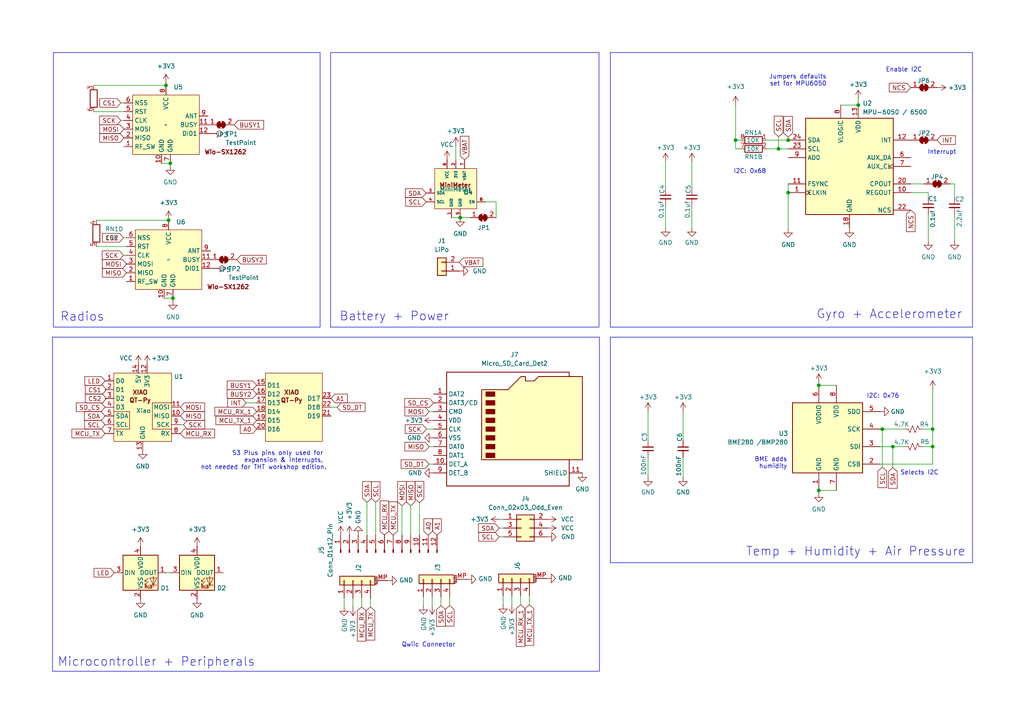
<source format=kicad_sch>
(kicad_sch (version 20250114) (generator "eeschema") (generator_version "9.0")
  (paper "A4")
  (lib_symbols
    (symbol "Connector:Conn_01x12_Pin" (pin_names (offset 1.016) (hide yes))
      (property "Reference" "J" (at 0 15.24 0))
      (property "Value" "Conn_01x12_Pin" (at 0 -17.78 0))
      (symbol "Conn_01x12_Pin_1_1"
        (pin passive line (at 5.08 12.7 180) (length 3.81) (name "Pin_1") (number "1"))
        (pin passive line (at 5.08 10.16 180) (length 3.81) (name "Pin_2") (number "2"))
        (pin passive line (at 5.08 7.62 180) (length 3.81) (name "Pin_3") (number "3"))
        (pin passive line (at 5.08 5.08 180) (length 3.81) (name "Pin_4") (number "4"))
        (pin passive line (at 5.08 2.54 180) (length 3.81) (name "Pin_5") (number "5"))
        (pin passive line (at 5.08 0 180) (length 3.81) (name "Pin_6") (number "6"))
        (pin passive line (at 5.08 -2.54 180) (length 3.81) (name "Pin_7") (number "7"))
        (pin passive line (at 5.08 -5.08 180) (length 3.81) (name "Pin_8") (number "8"))
        (pin passive line (at 5.08 -7.62 180) (length 3.81) (name "Pin_9") (number "9"))
        (pin passive line (at 5.08 -10.16 180) (length 3.81) (name "Pin_10") (number "10"))
        (pin passive line (at 5.08 -12.7 180) (length 3.81) (name "Pin_11") (number "11"))
        (pin passive line (at 5.08 -15.24 180) (length 3.81) (name "Pin_12") (number "12"))
      )
    )
    (symbol "Connector:Micro_SD_Card_Det2"
      (property "Reference" "J" (at -16.51 17.78 0))
      (property "Value" "Micro_SD_Card_Det2" (at 16.51 17.78 0))
      (symbol "Micro_SD_Card_Det2_1_1"
        (pin bidirectional line (at -22.86 10.16 0) (length 3.81) (name "DAT2") (number "1"))
        (pin bidirectional line (at -22.86 7.62 0) (length 3.81) (name "DAT3/CD") (number "2"))
        (pin input line (at -22.86 5.08 0) (length 3.81) (name "CMD") (number "3"))
        (pin power_in line (at -22.86 2.54 0) (length 3.81) (name "VDD") (number "4"))
        (pin input line (at -22.86 0 0) (length 3.81) (name "CLK") (number "5"))
        (pin power_in line (at -22.86 -2.54 0) (length 3.81) (name "VSS") (number "6"))
        (pin bidirectional line (at -22.86 -5.08 0) (length 3.81) (name "DAT0") (number "7"))
        (pin bidirectional line (at -22.86 -7.62 0) (length 3.81) (name "DAT1") (number "8"))
        (pin passive line (at -22.86 -10.16 0) (length 3.81) (name "DET_A") (number "10"))
        (pin passive line (at -22.86 -12.7 0) (length 3.81) (name "DET_B") (number "9"))
        (pin passive line (at 20.32 -12.7 180) (length 3.81) (name "SHIELD") (number "11"))
      )
    )
    (symbol "Connector:TestPoint" (pin_numbers (hide yes)) (pin_names (offset 0.762) (hide yes))
      (property "Reference" "TP" (at 0 6.858 0))
      (property "Value" "TestPoint" (at 0 5.08 0))
      (symbol "TestPoint_1_1"
        (pin passive line (at 0 0 90) (length 2.54) (name "1") (number "1"))
      )
    )
    (symbol "Connector_Generic:Conn_01x02" (pin_names (offset 1.016) (hide yes))
      (property "Reference" "J" (at 0 2.54 0))
      (property "Value" "Conn_01x02" (at 0 -5.08 0))
      (symbol "Conn_01x02_1_1"
        (pin passive line (at -5.08 0 0) (length 3.81) (name "Pin_1") (number "1"))
        (pin passive line (at -5.08 -2.54 0) (length 3.81) (name "Pin_2") (number "2"))
      )
    )
    (symbol "Connector_Generic:Conn_02x03_Odd_Even" (pin_names (offset 1.016) (hide yes))
      (property "Reference" "J" (at 1.27 5.08 0))
      (property "Value" "Conn_02x03_Odd_Even" (at 1.27 -5.08 0))
      (symbol "Conn_02x03_Odd_Even_1_1"
        (pin passive line (at -5.08 2.54 0) (length 3.81) (name "Pin_1") (number "1"))
        (pin passive line (at -5.08 0 0) (length 3.81) (name "Pin_3") (number "3"))
        (pin passive line (at -5.08 -2.54 0) (length 3.81) (name "Pin_5") (number "5"))
        (pin passive line (at 7.62 2.54 180) (length 3.81) (name "Pin_2") (number "2"))
        (pin passive line (at 7.62 0 180) (length 3.81) (name "Pin_4") (number "4"))
        (pin passive line (at 7.62 -2.54 180) (length 3.81) (name "Pin_6") (number "6"))
      )
    )
    (symbol "Connector_Generic_MountingPin:Conn_01x04_MountingPin" (pin_names (offset 1.016) (hide yes))
      (property "Reference" "J" (at 0 5.08 0))
      (property "Value" "Conn_01x04_MountingPin" (at 1.27 -7.62 0))
      (symbol "Conn_01x04_MountingPin_1_1"
        (text "Mounting" (at 0 -6.731 0) (effects (font (size 0.381 0.381))))
        (pin passive line (at -5.08 2.54 0) (length 3.81) (name "Pin_1") (number "1"))
        (pin passive line (at -5.08 0 0) (length 3.81) (name "Pin_2") (number "2"))
        (pin passive line (at -5.08 -2.54 0) (length 3.81) (name "Pin_3") (number "3"))
        (pin passive line (at -5.08 -5.08 0) (length 3.81) (name "Pin_4") (number "4"))
        (pin passive line (at 0 -10.16 90) (length 3.048) (name "MountPin") (number "MP"))
      )
    )
    (symbol "Device:C_Small" (pin_numbers (hide yes)) (pin_names (offset 0.254) (hide yes))
      (property "Reference" "C" (at 0.254 1.778 0))
      (property "Value" "C_Small" (at 0.254 -2.032 0))
      (symbol "C_Small_1_1"
        (pin passive line (at 0 2.54 270) (length 2.032) (name "~") (number "1"))
        (pin passive line (at 0 -2.54 90) (length 2.032) (name "~") (number "2"))
      )
    )
    (symbol "Device:R_Pack04_Split" (pin_names (offset 0) (hide yes))
      (property "Reference" "RN" (at 2.032 0 90))
      (property "Value" "R_Pack04_Split" (at 0 0 90))
      (symbol "R_Pack04_Split_1_1"
        (pin passive line (at 0 3.81 270) (length 1.27) (name "R1.2") (number "8"))
        (pin passive line (at 0 -3.81 90) (length 1.27) (name "R1.1") (number "1"))
      )
      (symbol "R_Pack04_Split_2_1"
        (pin passive line (at 0 3.81 270) (length 1.27) (name "R2.2") (number "7"))
        (pin passive line (at 0 -3.81 90) (length 1.27) (name "R2.1") (number "2"))
      )
      (symbol "R_Pack04_Split_3_1"
        (pin passive line (at 0 3.81 270) (length 1.27) (name "R3.2") (number "6"))
        (pin passive line (at 0 -3.81 90) (length 1.27) (name "R3.1") (number "3"))
      )
      (symbol "R_Pack04_Split_4_1"
        (pin passive line (at 0 3.81 270) (length 1.27) (name "R4.2") (number "5"))
        (pin passive line (at 0 -3.81 90) (length 1.27) (name "R4.1") (number "4"))
      )
    )
    (symbol "Device:R_Small_US" (pin_numbers (hide yes)) (pin_names (offset 0.254) (hide yes))
      (property "Reference" "R" (at 0.762 0.508 0))
      (property "Value" "R_Small_US" (at 0.762 -1.016 0))
      (symbol "R_Small_US_1_1"
        (pin passive line (at 0 2.54 270) (length 1.016) (name "~") (number "1"))
        (pin passive line (at 0 -2.54 90) (length 1.016) (name "~") (number "2"))
      )
    )
    (symbol "Jumper:SolderJumper_2_Bridged" (pin_names (offset 0) (hide yes))
      (property "Reference" "JP" (at 0 2.032 0))
      (property "Value" "SolderJumper_2_Bridged" (at 0 -2.54 0))
      (symbol "SolderJumper_2_Bridged_1_1"
        (pin passive line (at -3.81 0 0) (length 2.54) (name "A") (number "1"))
        (pin passive line (at 3.81 0 180) (length 2.54) (name "B") (number "2"))
      )
    )
    (symbol "LED:SK6812MINI" (pin_names (offset 0.254))
      (property "Reference" "D" (at 5.08 5.715 0))
      (property "Value" "SK6812MINI" (at 1.27 -5.715 0))
      (symbol "SK6812MINI_0_0"
        (text "RGB" (at 2.286 -4.191 0) (effects (font (size 0.762 0.762))))
      )
      (symbol "SK6812MINI_1_1"
        (pin input line (at -7.62 0 0) (length 2.54) (name "DIN") (number "3"))
        (pin power_in line (at 0 7.62 270) (length 2.54) (name "VDD") (number "4"))
        (pin power_in line (at 0 -7.62 90) (length 2.54) (name "VSS") (number "2"))
        (pin output line (at 7.62 0 180) (length 2.54) (name "DOUT") (number "1"))
      )
    )
    (symbol "MicroControllers:XIAO / QT-Py ESP32"
      (property "Reference" "U1" (at 10.414 8.89 0))
      (property "Value" "Xiao" (at 0.254 -1.016 0))
      (symbol "XIAO / QT-Py ESP32_1_1"
        (text "XIAO" (at -0.762 4.318 0) (effects (font (size 1.27 1.27) (bold yes))))
        (text "QT-Py" (at -0.762 2.032 0) (effects (font (size 1.27 1.27) (bold yes))))
        (text "XIAO" (at 43.18 4.318 0) (effects (font (size 1.27 1.27) (bold yes))))
        (text "QT-Py" (at 43.18 2.032 0) (effects (font (size 1.27 1.27) (bold yes))))
        (pin bidirectional line (at -10.922 7.62 0) (length 2.54) (name "D0") (number "1"))
        (pin bidirectional line (at -10.922 5.08 0) (length 2.54) (name "D1") (number "2"))
        (pin bidirectional line (at -10.922 2.54 0) (length 2.54) (name "D2") (number "3"))
        (pin bidirectional line (at -10.922 0 0) (length 2.54) (name "D3") (number "4"))
        (pin bidirectional line (at -10.922 -2.54 0) (length 2.54) (name "SDA") (number "5"))
        (pin bidirectional line (at -10.922 -5.08 0) (length 2.54) (name "SCL") (number "6"))
        (pin bidirectional line (at -10.922 -7.62 0) (length 2.54) (name "TX") (number "7"))
        (pin power_in line (at -1.27 12.446 270) (length 2.54) (name "5V") (number "14"))
        (pin bidirectional line (at 0 -12.446 90) (length 2.54) (name "GND") (number "13"))
        (pin power_out line (at 1.27 12.446 270) (length 2.54) (name "3V3") (number "12"))
        (pin bidirectional line (at 10.922 0 180) (length 2.54) (name "MOSI") (number "11"))
        (pin bidirectional line (at 10.922 -2.54 180) (length 2.54) (name "MISO") (number "10"))
        (pin bidirectional line (at 10.922 -5.08 180) (length 2.54) (name "SCK") (number "9"))
        (pin bidirectional line (at 10.922 -7.62 180) (length 2.54) (name "RX") (number "8"))
        (pin bidirectional line (at 33.02 6.35 0) (length 2.54) (name "D11") (number "15"))
        (pin bidirectional line (at 33.02 3.81 0) (length 2.54) (name "D12") (number "16"))
        (pin bidirectional line (at 33.02 1.27 0) (length 2.54) (name "D13") (number "17"))
        (pin bidirectional line (at 33.02 -1.27 0) (length 2.54) (name "D14") (number "18"))
        (pin bidirectional line (at 33.02 -3.81 0) (length 2.54) (name "D15") (number "19"))
        (pin bidirectional line (at 33.02 -6.35 0) (length 2.54) (name "D16") (number "20"))
        (pin bidirectional line (at 54.61 2.54 180) (length 2.54) (name "D17") (number "23"))
        (pin bidirectional line (at 54.61 0 180) (length 2.54) (name "D18") (number "22"))
        (pin bidirectional line (at 54.61 -2.54 180) (length 2.54) (name "D19") (number "21"))
      )
    )
    (symbol "PicoCharge:MiniMeter"
      (property "Reference" "U" (at 3.556 -1.016 0))
      (symbol "MiniMeter_1_1"
        (text "MiniMeter" (at -4.826 1.016 0) (effects (font (size 1.27 1.27) (bold yes)) (justify left)))
        (pin input line (at -8.636 -1.27 0) (length 2.54) (name "SDA") (number "3"))
        (pin output line (at -8.636 -3.81 0) (length 2.54) (name "SCL") (number "4"))
        (pin power_in line (at -2.54 8.382 270) (length 2.54) (name "VCC") (number "6"))
        (pin passive line (at -1.27 -8.382 90) (length 2.54) (name "GND") (number "1"))
        (pin power_out line (at 0 8.382 270) (length 2.54) (name "3V3") (number "2"))
        (pin passive line (at 1.27 -8.382 90) (length 2.54) (name "GND") (number "5"))
        (pin power_in line (at 2.54 8.382 270) (length 2.54) (name "VBAT") (number "7"))
        (pin passive line (at 8.636 -3.81 180) (length 2.54) (name "EN") (number "8"))
      )
    )
    (symbol "Seeed:Wio-SX1262"
      (property "Reference" "U" (at 0 0 0))
      (symbol "Wio-SX1262_0_0"
        (pin unspecified line (at -12.192 6.35 0) (length 2.54) (name "NSS") (number "6"))
        (pin unspecified line (at -12.192 3.81 0) (length 2.54) (name "RST") (number "5"))
        (pin unspecified line (at -12.192 1.27 0) (length 2.54) (name "CLK") (number "4"))
        (pin unspecified line (at -12.192 -1.27 0) (length 2.54) (name "MOSI") (number "3"))
        (pin unspecified line (at -12.192 -3.81 0) (length 2.54) (name "MISO") (number "2"))
        (pin unspecified line (at -12.192 -6.35 0) (length 2.54) (name "RF_SW") (number "1"))
        (pin unspecified line (at -1.27 -11.176 90) (length 2.54) (name "GND") (number "10"))
        (pin power_in line (at 0 11.176 270) (length 2.54) (name "VCC") (number "8"))
        (pin power_in line (at 1.27 -11.176 90) (length 2.54) (name "GND") (number "7"))
        (pin unspecified line (at 12.192 2.54 180) (length 2.54) (name "ANT") (number "9"))
        (pin unspecified line (at 12.192 0 180) (length 2.54) (name "BUSY") (number "11"))
        (pin unspecified line (at 12.192 -2.54 180) (length 2.54) (name "DI01") (number "12"))
      )
      (symbol "Wio-SX1262_1_1"
        (text "Wio-SX1262" (at 17.272 -7.874 0) (effects (font (size 1.27 1.27) (bold yes))))
      )
    )
    (symbol "Sensor:BME280"
      (property "Reference" "U" (at -8.89 11.43 0))
      (property "Value" "BME280" (at 7.62 11.43 0))
      (symbol "BME280_1_1"
        (pin power_in line (at -2.54 15.24 270) (length 5.08) (name "VDDIO") (number "6"))
        (pin power_in line (at -2.54 -15.24 90) (length 5.08) (name "GND") (number "1"))
        (pin power_in line (at 2.54 15.24 270) (length 5.08) (name "VDD") (number "8"))
        (pin power_in line (at 2.54 -15.24 90) (length 5.08) (name "GND") (number "7"))
        (pin bidirectional line (at 15.24 7.62 180) (length 5.08) (name "SDO") (number "5"))
        (pin input line (at 15.24 2.54 180) (length 5.08) (name "SCK") (number "4"))
        (pin bidirectional line (at 15.24 -2.54 180) (length 5.08) (name "SDI") (number "3"))
        (pin input line (at 15.24 -7.62 180) (length 5.08) (name "CSB") (number "2"))
      )
    )
    (symbol "Sensor_Motion:MPU-6050"
      (property "Reference" "U2" (at 2.1941 -16.129 0))
      (property "Value" "MPU-6050" (at 2.1941 -18.669 0))
      (symbol "MPU-6050_0_0"
        (text "" (at 12.7 -2.54 0) (effects (font (size 1.27 1.27))))
      )
      (symbol "MPU-6050_1_1"
        (pin bidirectional line (at -17.78 7.62 0) (length 5.08) (name "SDA") (number "24"))
        (pin input line (at -17.78 5.08 0) (length 5.08) (name "SCL") (number "23"))
        (pin input line (at -17.78 2.54 0) (length 5.08) (name "AD0") (number "9"))
        (pin input line (at -17.78 -5.08 0) (length 5.08) (name "FSYNC") (number "11"))
        (pin input clock (at -17.78 -7.62 0) (length 5.08) (name "CLKIN") (number "1"))
        (pin no_connect line (at -12.7 12.7 0) (length 2.54) (hide yes) (name "NC") (number "2"))
        (pin no_connect line (at -12.7 10.16 0) (length 2.54) (hide yes) (name "NC") (number "3"))
        (pin no_connect line (at -12.7 0 0) (length 2.54) (hide yes) (name "NC") (number "4"))
        (pin no_connect line (at -12.7 -2.54 0) (length 2.54) (hide yes) (name "NC") (number "5"))
        (pin no_connect line (at -12.7 -10.16 0) (length 2.54) (hide yes) (name "NC") (number "14"))
        (pin power_in line (at -2.54 17.78 270) (length 3.81) (name "VLOGIC") (number "8"))
        (pin power_in line (at 0 -17.78 90) (length 3.81) (name "GND") (number "18"))
        (pin power_in line (at 2.54 17.78 270) (length 3.81) (name "VDD") (number "13"))
        (pin no_connect line (at 12.7 12.7 180) (length 2.54) (hide yes) (name "NC") (number "15"))
        (pin no_connect line (at 12.7 10.16 180) (length 2.54) (hide yes) (name "NC") (number "16"))
        (pin no_connect line (at 12.7 5.08 180) (length 2.54) (hide yes) (name "NC") (number "17"))
        (pin no_connect line (at 12.7 -2.54 180) (length 2.54) (hide yes) (name "RESV") (number "21"))
        (pin no_connect line (at 12.7 -10.16 180) (length 2.54) (hide yes) (name "RESV") (number "19"))
        (pin output line (at 17.78 7.62 180) (length 5.08) (name "INT") (number "12"))
        (pin bidirectional line (at 17.78 2.54 180) (length 5.08) (name "AUX_DA") (number "6"))
        (pin output clock (at 17.78 0 180) (length 5.08) (name "AUX_CL") (number "7"))
        (pin passive line (at 17.78 -5.08 180) (length 5.08) (name "CPOUT") (number "20"))
        (pin passive line (at 17.78 -7.62 180) (length 5.08) (name "REGOUT") (number "10"))
        (pin input line (at 17.78 -12.7 180) (length 5.08) (name "NCS") (number "22"))
      )
    )
    (symbol "Wio-SX1262_1"
      (property "Reference" "U" (at 0 0 0))
      (symbol "Wio-SX1262_1_0_0"
        (pin unspecified line (at -12.192 6.35 0) (length 2.54) (name "NSS") (number "6"))
        (pin unspecified line (at -12.192 3.81 0) (length 2.54) (name "RST") (number "5"))
        (pin unspecified line (at -12.192 1.27 0) (length 2.54) (name "CLK") (number "4"))
        (pin unspecified line (at -12.192 -1.27 0) (length 2.54) (name "MOSI") (number "3"))
        (pin unspecified line (at -12.192 -3.81 0) (length 2.54) (name "MISO") (number "2"))
        (pin unspecified line (at -12.192 -6.35 0) (length 2.54) (name "RF_SW") (number "1"))
        (pin unspecified line (at -1.27 -11.176 90) (length 2.54) (name "GND") (number "10"))
        (pin power_in line (at 0 11.176 270) (length 2.54) (name "VCC") (number "8"))
        (pin power_in line (at 1.27 -11.176 90) (length 2.54) (name "GND") (number "7"))
        (pin unspecified line (at 12.192 2.54 180) (length 2.54) (name "ANT") (number "9"))
        (pin unspecified line (at 12.192 0 180) (length 2.54) (name "BUSY") (number "11"))
        (pin unspecified line (at 12.192 -2.54 180) (length 2.54) (name "DI01") (number "12"))
      )
      (symbol "Wio-SX1262_1_1_1"
        (text "Wio-SX1262" (at 17.272 -7.874 0) (effects (font (size 1.27 1.27) (bold yes))))
      )
    )
    (symbol "power:+3V3" (power) (pin_names (offset 0))
      (property "Value" "+3V3" (at 0 3.556 0))
      (symbol "+3V3_1_1"
        (pin power_in line (at 0 0 90) (length 0) (hide yes) (name "+3V3") (number "1"))
      )
    )
    (symbol "power:GND" (power) (pin_names (offset 0))
      (property "Value" "GND" (at 0 -3.81 0))
      (symbol "GND_1_1"
        (pin power_in line (at 0 0 270) (length 0) (hide yes) (name "GND") (number "1"))
      )
    )
    (symbol "power:VCC" (power) (pin_names (offset 0))
      (property "Value" "VCC" (at 0 3.81 0))
      (symbol "VCC_1_1"
        (pin power_in line (at 0 0 90) (length 0) (hide yes) (name "VCC") (number "1"))
      )
    )
  )
  (rectangle (start 15.494 15.24) (end 92.837 94.869))
  (rectangle (start 95.885 15.24) (end 173.736 94.869))
  (text "Radios" (at 17.399 93.472 0) (effects (font (size 2.54 2.54)) (justify left bottom)))
  (text "Jumpers defaults\nset for MPU6050" (at 239.776 23.368 0) (effects (font (size 1.27 1.27)) (justify right)))
  (text "Microcontroller + Peripherals" (at 16.637 193.548 0) (effects (font (size 2.54 2.54)) (justify left bottom)))
  (text "BME adds\nhumidity" (at 228.346 134.366 0) (effects (font (size 1.27 1.27)) (justify right)))
  (text "I2C: 0x76" (at 251.333 115.697 0) (effects (font (size 1.27 1.27)) (justify left bottom)))
  (text "Gyro + Accelerometer" (at 236.728 92.71 0) (effects (font (size 2.54 2.54)) (justify left bottom)))
  (text "I2C: 0x68" (at 222.25 49.784 0) (effects (font (size 1.27 1.27)) (justify right)))
  (text "Temp + Humidity + Air Pressure" (at 216.281 161.544 0) (effects (font (size 2.54 2.54)) (justify left bottom)))
  (text "Selects I2C" (at 261.112 137.922 0) (effects (font (size 1.27 1.27)) (justify left bottom)))
  (text "Interrupt" (at 277.368 44.196 0) (effects (font (size 1.27 1.27)) (justify right)))
  (text "Battery + Power" (at 98.425 93.345 0) (effects (font (size 2.54 2.54)) (justify left bottom)))
  (text "Enable I2C" (at 267.462 20.32 0) (effects (font (size 1.27 1.27)) (justify right)))
  (text "Qwiic Connector" (at 116.459 187.833 0) (effects (font (size 1.27 1.27)) (justify left bottom)))
  (text "S3 Plus pins only used for \nexpansion & interrupts, \nnot needed for THT workshop edition." (at 94.742 133.604 0) (effects (font (size 1.27 1.27)) (justify right)))
  (junction (at 213.36 40.64))
  (junction (at 225.806 43.18))
  (junction (at 48.133 24.765))
  (junction (at 255.905 124.46))
  (junction (at 237.49 142.24))
  (junction (at 133.477 63.119))
  (junction (at 50.165 86.487))
  (junction (at 228.6 55.88))
  (junction (at 258.953 129.54))
  (junction (at 237.49 111.76))
  (junction (at 49.403 47.371))
  (junction (at 228.6 40.64))
  (junction (at 270.51 129.54))
  (junction (at 48.895 63.881))
  (junction (at 248.92 30.48))
  (junction (at 270.51 124.46))
  (wire (pts (xy 243.84 30.48) (xy 248.92 30.48)))
  (wire (pts (xy 213.36 40.64) (xy 214.757 40.64)))
  (wire (pts (xy 213.36 30.48) (xy 213.36 40.64)))
  (wire (pts (xy 148.463 175.387) (xy 148.463 172.847)))
  (wire (pts (xy 248.92 28.702) (xy 248.92 30.48)))
  (polyline (pts (xy 15.24 194.691) (xy 173.863 194.691)))
  (wire (pts (xy 49.403 48.133) (xy 49.403 47.371)))
  (wire (pts (xy 187.96 119.38) (xy 187.96 127.635)))
  (polyline (pts (xy 15.24 97.79) (xy 15.24 194.691)))
  (wire (pts (xy 106.426 145.669) (xy 106.426 155.194)))
  (wire (pts (xy 269.24 62.23) (xy 269.24 69.85)))
  (wire (pts (xy 198.12 132.715) (xy 198.12 138.43)))
  (wire (pts (xy 48.895 63.881) (xy 48.895 64.135)))
  (wire (pts (xy 145.034 150.622) (xy 146.05 150.622)))
  (wire (pts (xy 237.49 110.998) (xy 237.49 111.76)))
  (wire (pts (xy 269.24 55.88) (xy 264.16 55.88)))
  (wire (pts (xy 269.24 57.15) (xy 269.24 55.88)))
  (polyline (pts (xy 173.863 97.79) (xy 173.863 194.691)))
  (wire (pts (xy 222.377 43.18) (xy 225.806 43.18)))
  (wire (pts (xy 71.374 116.84) (xy 74.422 116.84)))
  (wire (pts (xy 27.178 32.385) (xy 35.941 32.385)))
  (wire (pts (xy 107.442 176.022) (xy 107.442 173.482)))
  (wire (pts (xy 48.133 24.13) (xy 48.133 24.765)))
  (wire (pts (xy 35.052 34.925) (xy 35.941 34.925)))
  (wire (pts (xy 124.46 129.54) (xy 125.73 129.54)))
  (wire (pts (xy 213.36 40.64) (xy 213.36 43.18)))
  (wire (pts (xy 237.49 143.002) (xy 237.49 142.24)))
  (wire (pts (xy 102.362 176.022) (xy 102.362 173.482)))
  (wire (pts (xy 27.94 63.881) (xy 48.895 63.881)))
  (wire (pts (xy 228.6 39.751) (xy 228.6 40.64)))
  (wire (pts (xy 200.66 46.99) (xy 200.66 54.61)))
  (wire (pts (xy 276.86 53.34) (xy 275.59 53.34)))
  (polyline (pts (xy 173.863 97.79) (xy 15.24 97.79)))
  (wire (pts (xy 96.012 118.11) (xy 97.79 118.11)))
  (polyline (pts (xy 177.038 15.24) (xy 177.038 94.869)))
  (wire (pts (xy 48.133 24.765) (xy 48.133 25.019)))
  (wire (pts (xy 108.966 145.669) (xy 108.966 155.194)))
  (wire (pts (xy 130.429 175.641) (xy 130.429 173.101)))
  (wire (pts (xy 267.589 129.54) (xy 270.51 129.54)))
  (wire (pts (xy 127.889 173.101) (xy 127.889 175.641)))
  (wire (pts (xy 222.377 40.64) (xy 228.6 40.64)))
  (wire (pts (xy 237.49 142.24) (xy 242.57 142.24)))
  (wire (pts (xy 122.809 175.641) (xy 122.809 173.101)))
  (wire (pts (xy 255.27 124.46) (xy 255.905 124.46)))
  (wire (pts (xy 35.814 74.041) (xy 36.703 74.041)))
  (wire (pts (xy 246.38 66.04) (xy 246.38 66.294)))
  (wire (pts (xy 200.66 59.69) (xy 200.66 66.04)))
  (wire (pts (xy 187.96 132.715) (xy 187.96 138.43)))
  (wire (pts (xy 123.698 124.46) (xy 125.73 124.46)))
  (wire (pts (xy 255.27 134.62) (xy 270.51 134.62)))
  (wire (pts (xy 104.902 173.482) (xy 104.902 176.022)))
  (wire (pts (xy 53.213 123.19) (xy 52.324 123.19)))
  (wire (pts (xy 193.04 46.99) (xy 193.04 54.61)))
  (wire (pts (xy 237.49 111.76) (xy 242.57 111.76)))
  (wire (pts (xy 151.003 172.847) (xy 151.003 175.387)))
  (wire (pts (xy 255.905 124.46) (xy 262.509 124.46)))
  (wire (pts (xy 50.165 86.487) (xy 47.625 86.487)))
  (wire (pts (xy 125.349 175.641) (xy 125.349 173.101)))
  (wire (pts (xy 143.891 58.547) (xy 140.843 58.547)))
  (wire (pts (xy 49.403 47.371) (xy 46.863 47.371)))
  (wire (pts (xy 213.36 43.18) (xy 214.757 43.18)))
  (wire (pts (xy 255.27 129.54) (xy 258.953 129.54)))
  (wire (pts (xy 144.78 153.162) (xy 146.05 153.162)))
  (wire (pts (xy 136.271 63.119) (xy 133.477 63.119)))
  (wire (pts (xy 258.953 135.636) (xy 258.953 129.54)))
  (polyline (pts (xy 177.038 97.79) (xy 282.067 97.79)))
  (wire (pts (xy 228.6 53.34) (xy 228.6 55.88)))
  (wire (pts (xy 258.953 129.54) (xy 262.509 129.54)))
  (wire (pts (xy 228.6 66.294) (xy 228.6 55.88)))
  (wire (pts (xy 198.12 119.38) (xy 198.12 127.635)))
  (wire (pts (xy 132.207 42.418) (xy 132.207 46.355)))
  (wire (pts (xy 50.165 87.249) (xy 50.165 86.487)))
  (polyline (pts (xy 282.067 163.195) (xy 177.038 163.195)))
  (wire (pts (xy 121.666 145.796) (xy 121.666 155.194)))
  (wire (pts (xy 116.586 146.685) (xy 116.586 155.194)))
  (wire (pts (xy 255.905 135.509) (xy 255.905 124.46)))
  (wire (pts (xy 267.589 124.46) (xy 270.51 124.46)))
  (wire (pts (xy 30.861 115.57) (xy 30.48 115.57)))
  (wire (pts (xy 276.86 62.23) (xy 276.86 69.85)))
  (wire (pts (xy 193.04 59.69) (xy 193.04 66.04)))
  (wire (pts (xy 153.543 175.387) (xy 153.543 172.847)))
  (wire (pts (xy 27.94 71.501) (xy 36.703 71.501)))
  (wire (pts (xy 124.46 119.38) (xy 125.73 119.38)))
  (wire (pts (xy 225.806 43.18) (xy 228.6 43.18)))
  (wire (pts (xy 144.78 155.702) (xy 146.05 155.702)))
  (wire (pts (xy 35.052 29.845) (xy 35.941 29.845)))
  (polyline (pts (xy 177.038 94.869) (xy 282.067 94.869)))
  (wire (pts (xy 35.814 68.961) (xy 36.703 68.961)))
  (wire (pts (xy 27.178 24.765) (xy 48.133 24.765)))
  (wire (pts (xy 124.46 134.62) (xy 125.73 134.62)))
  (polyline (pts (xy 282.067 97.79) (xy 282.067 163.195)))
  (wire (pts (xy 225.806 39.624) (xy 225.806 43.18)))
  (wire (pts (xy 30.861 113.03) (xy 30.48 113.03)))
  (wire (pts (xy 130.937 63.119) (xy 133.477 63.119)))
  (wire (pts (xy 270.51 113.03) (xy 270.51 124.46)))
  (wire (pts (xy 270.51 124.46) (xy 270.51 129.54)))
  (wire (pts (xy 270.51 134.62) (xy 270.51 129.54)))
  (wire (pts (xy 267.97 53.34) (xy 264.16 53.34)))
  (wire (pts (xy 49.53 166.116) (xy 48.387 166.116)))
  (wire (pts (xy 145.923 175.387) (xy 145.923 172.847)))
  (polyline (pts (xy 282.067 94.869) (xy 282.067 15.24)))
  (wire (pts (xy 143.891 63.119) (xy 143.891 58.547)))
  (polyline (pts (xy 282.067 15.24) (xy 177.038 15.24)))
  (polyline (pts (xy 177.038 163.195) (xy 177.038 97.79)))
  (wire (pts (xy 48.895 63.754) (xy 48.895 63.881)))
  (wire (pts (xy 119.126 146.685) (xy 119.126 155.194)))
  (wire (pts (xy 99.822 176.022) (xy 99.822 173.482)))
  (wire (pts (xy 276.86 53.34) (xy 276.86 57.15)))
  (global_label "MOSI" (shape input) (at 116.586 146.685 90) (property "Intersheetrefs" "${INTERSHEET_REFS}" (effects (hide yes))))
  (global_label "MISO" (shape input) (at 35.941 40.005 180) (property "Intersheetrefs" "${INTERSHEET_REFS}" (effects (hide yes))))
  (global_label "SDA" (shape input) (at 228.6 39.751 90) (property "Intersheetrefs" "${INTERSHEET_REFS}" (effects (hide yes))))
  (global_label "A0" (shape input) (at 124.206 155.194 90) (property "Intersheetrefs" "${INTERSHEET_REFS}" (effects (hide yes))))
  (global_label "MOSI" (shape input) (at 36.703 76.581 180) (property "Intersheetrefs" "${INTERSHEET_REFS}" (effects (hide yes))))
  (global_label "NCS" (shape input) (at 264.16 25.4 180) (property "Intersheetrefs" "${INTERSHEET_REFS}" (effects (hide yes))))
  (global_label "MCU_RX" (shape input) (at 52.324 125.73 0) (property "Intersheetrefs" "${INTERSHEET_REFS}" (effects (hide yes))))
  (global_label "CS1" (shape input) (at 35.052 29.845 180) (property "Intersheetrefs" "${INTERSHEET_REFS}" (effects (hide yes))))
  (global_label "MCU_TX" (shape input) (at 107.442 176.022 270) (property "Intersheetrefs" "${INTERSHEET_REFS}" (effects (hide yes))))
  (global_label "CS1" (shape input) (at 30.861 113.03 180) (property "Intersheetrefs" "${INTERSHEET_REFS}" (effects (hide yes))))
  (global_label "BUSY1" (shape input) (at 67.945 36.195 0) (property "Intersheetrefs" "${INTERSHEET_REFS}" (effects (hide yes))))
  (global_label "SCL" (shape input) (at 225.806 39.624 90) (property "Intersheetrefs" "${INTERSHEET_REFS}" (effects (hide yes))))
  (global_label "NCS" (shape input) (at 264.16 60.96 270) (property "Intersheetrefs" "${INTERSHEET_REFS}" (effects (hide yes))))
  (global_label "MISO" (shape input) (at 36.703 79.121 180) (property "Intersheetrefs" "${INTERSHEET_REFS}" (effects (hide yes))))
  (global_label "SDA" (shape input) (at 144.78 153.162 180) (property "Intersheetrefs" "${INTERSHEET_REFS}" (effects (hide yes))))
  (global_label "BUSY1" (shape input) (at 74.422 111.76 180) (property "Intersheetrefs" "${INTERSHEET_REFS}" (effects (hide yes))))
  (global_label "MCU_RX_1" (shape input) (at 151.003 175.387 270) (property "Intersheetrefs" "${INTERSHEET_REFS}" (effects (hide yes))))
  (global_label "MCU_RX" (shape input) (at 104.902 176.022 270) (property "Intersheetrefs" "${INTERSHEET_REFS}" (effects (hide yes))))
  (global_label "MCU_TX_1" (shape input) (at 153.543 175.387 270) (property "Intersheetrefs" "${INTERSHEET_REFS}" (effects (hide yes))))
  (global_label "A0" (shape input) (at 74.422 124.46 180) (property "Intersheetrefs" "${INTERSHEET_REFS}" (effects (hide yes))))
  (global_label "SDA" (shape input) (at 258.953 135.636 270) (property "Intersheetrefs" "${INTERSHEET_REFS}" (effects (hide yes))))
  (global_label "MCU_TX" (shape input) (at 114.046 155.194 90) (property "Intersheetrefs" "${INTERSHEET_REFS}" (effects (hide yes))))
  (global_label "SCL" (shape input) (at 30.48 123.19 180) (property "Intersheetrefs" "${INTERSHEET_REFS}" (effects (hide yes))))
  (global_label "SCK" (shape input) (at 123.698 124.46 180) (property "Intersheetrefs" "${INTERSHEET_REFS}" (effects (hide yes))))
  (global_label "SCL" (shape input) (at 108.966 145.669 90) (property "Intersheetrefs" "${INTERSHEET_REFS}" (effects (hide yes))))
  (global_label "SD_DT" (shape input) (at 124.46 134.62 180) (property "Intersheetrefs" "${INTERSHEET_REFS}" (effects (hide yes))))
  (global_label "SCL" (shape input) (at 123.571 58.547 180) (property "Intersheetrefs" "${INTERSHEET_REFS}" (effects (hide yes))))
  (global_label "SCK" (shape input) (at 53.213 123.19 0) (property "Intersheetrefs" "${INTERSHEET_REFS}" (effects (hide yes))))
  (global_label "BUSY2" (shape input) (at 74.422 114.3 180) (property "Intersheetrefs" "${INTERSHEET_REFS}" (effects (hide yes))))
  (global_label "LED" (shape input) (at 33.147 166.116 180) (property "Intersheetrefs" "${INTERSHEET_REFS}" (effects (hide yes))))
  (global_label "MISO" (shape input) (at 124.46 129.54 180) (property "Intersheetrefs" "${INTERSHEET_REFS}" (effects (hide yes))))
  (global_label "MCU_RX_1" (shape input) (at 74.422 119.38 180) (property "Intersheetrefs" "${INTERSHEET_REFS}" (effects (hide yes))))
  (global_label "SDA" (shape input) (at 127.889 175.641 270) (property "Intersheetrefs" "${INTERSHEET_REFS}" (effects (hide yes))))
  (global_label "SCL" (shape input) (at 255.905 135.509 270) (property "Intersheetrefs" "${INTERSHEET_REFS}" (effects (hide yes))))
  (global_label "SCL" (shape input) (at 144.78 155.702 180) (property "Intersheetrefs" "${INTERSHEET_REFS}" (effects (hide yes))))
  (global_label "VBAT" (shape input) (at 134.747 46.355 90) (property "Intersheetrefs" "${INTERSHEET_REFS}" (effects (hide yes))))
  (global_label "SDA" (shape input) (at 123.571 56.007 180) (property "Intersheetrefs" "${INTERSHEET_REFS}" (effects (hide yes))))
  (global_label "INT" (shape input) (at 71.374 116.84 180) (property "Intersheetrefs" "${INTERSHEET_REFS}" (effects (hide yes))))
  (global_label "A1" (shape input) (at 96.012 115.57 0) (property "Intersheetrefs" "${INTERSHEET_REFS}" (effects (hide yes))))
  (global_label "MOSI" (shape input) (at 35.941 37.465 180) (property "Intersheetrefs" "${INTERSHEET_REFS}" (effects (hide yes))))
  (global_label "SCL" (shape input) (at 130.429 175.641 270) (property "Intersheetrefs" "${INTERSHEET_REFS}" (effects (hide yes))))
  (global_label "SCK" (shape input) (at 35.814 74.041 180) (property "Intersheetrefs" "${INTERSHEET_REFS}" (effects (hide yes))))
  (global_label "MCU_RX" (shape input) (at 111.506 155.194 90) (property "Intersheetrefs" "${INTERSHEET_REFS}" (effects (hide yes))))
  (global_label "LED" (shape input) (at 30.48 110.49 180) (property "Intersheetrefs" "${INTERSHEET_REFS}" (effects (hide yes))))
  (global_label "SD_DT" (shape input) (at 97.79 118.11 0) (property "Intersheetrefs" "${INTERSHEET_REFS}" (effects (hide yes))))
  (global_label "MCU_TX_1" (shape input) (at 74.422 121.92 180) (property "Intersheetrefs" "${INTERSHEET_REFS}" (effects (hide yes))))
  (global_label "SD_CS" (shape input) (at 30.48 118.11 180) (property "Intersheetrefs" "${INTERSHEET_REFS}" (effects (hide yes))))
  (global_label "SDA" (shape input) (at 30.48 120.65 180) (property "Intersheetrefs" "${INTERSHEET_REFS}" (effects (hide yes))))
  (global_label "A1" (shape input) (at 126.746 155.194 90) (property "Intersheetrefs" "${INTERSHEET_REFS}" (effects (hide yes))))
  (global_label "MCU_TX" (shape input) (at 30.48 125.73 180) (property "Intersheetrefs" "${INTERSHEET_REFS}" (effects (hide yes))))
  (global_label "INT" (shape input) (at 271.78 40.64 0) (property "Intersheetrefs" "${INTERSHEET_REFS}" (effects (hide yes))))
  (global_label "MOSI" (shape input) (at 124.46 119.38 180) (property "Intersheetrefs" "${INTERSHEET_REFS}" (effects (hide yes))))
  (global_label "SCK" (shape input) (at 35.052 34.925 180) (property "Intersheetrefs" "${INTERSHEET_REFS}" (effects (hide yes))))
  (global_label "CS2" (shape input) (at 35.814 68.961 180) (property "Intersheetrefs" "${INTERSHEET_REFS}" (effects (hide yes))))
  (global_label "MOSI" (shape input) (at 52.324 118.11 0) (property "Intersheetrefs" "${INTERSHEET_REFS}" (effects (hide yes))))
  (global_label "MISO" (shape input) (at 52.324 120.65 0) (property "Intersheetrefs" "${INTERSHEET_REFS}" (effects (hide yes))))
  (global_label "SDA" (shape input) (at 106.426 145.669 90) (property "Intersheetrefs" "${INTERSHEET_REFS}" (effects (hide yes))))
  (global_label "VBAT" (shape input) (at 133.223 76.073 0) (property "Intersheetrefs" "${INTERSHEET_REFS}" (effects (hide yes))))
  (global_label "SD_CS" (shape input) (at 125.73 116.84 180) (property "Intersheetrefs" "${INTERSHEET_REFS}" (effects (hide yes))))
  (global_label "BUSY2" (shape input) (at 68.707 75.311 0) (property "Intersheetrefs" "${INTERSHEET_REFS}" (effects (hide yes))))
  (global_label "CS2" (shape input) (at 30.861 115.57 180) (property "Intersheetrefs" "${INTERSHEET_REFS}" (effects (hide yes))))
  (global_label "SCK" (shape input) (at 121.666 145.796 90) (property "Intersheetrefs" "${INTERSHEET_REFS}" (effects (hide yes))))
  (global_label "MISO" (shape input) (at 119.126 146.685 90) (property "Intersheetrefs" "${INTERSHEET_REFS}" (effects (hide yes))))
  (symbol (lib_id "Connector_Generic:Conn_02x03_Odd_Even") (at 151.13 153.162 0) (unit 1)
    (property "Reference" "J4" (at 152.4 144.653 0))
    (property "Value" "Conn_02x03_Odd_Even" (at 152.4 147.193 0))
  )
  (symbol (lib_id "power:GND") (at 99.822 176.022 0) (unit 1)
    (property "Reference" "#PWR030" (effects (hide yes)))
    (property "Value" "GND" (at 99.949 179.2732 90) (effects (justify right)))
  )
  (symbol (lib_id "power:VCC") (at 40.132 105.664 0) (unit 1)
    (property "Reference" "#PWR028" (effects (hide yes)))
    (property "Value" "VCC" (at 36.576 103.886 0))
  )
  (symbol (lib_id "power:GND") (at 237.49 143.002 0) (unit 1)
    (property "Reference" "#PWR06" (effects (hide yes)))
    (property "Value" "GND" (at 237.49 147.701 0))
  )
  (symbol (lib_id "power:GND") (at 228.6 66.294 0) (unit 1)
    (property "Reference" "#PWR07" (effects (hide yes)))
    (property "Value" "GND" (at 228.6 70.993 0))
  )
  (symbol (lib_id "power:VCC") (at 158.75 150.622 270) (unit 1)
    (property "Reference" "#PWR037" (effects (hide yes)))
    (property "Value" "VCC" (at 162.687 150.622 90) (effects (justify left)))
  )
  (symbol (lib_id "power:GND") (at 193.04 66.04 0) (unit 1)
    (property "Reference" "#PWR012" (effects (hide yes)))
    (property "Value" "GND" (at 195.072 70.358 0) (effects (justify right)))
  )
  (symbol (lib_id "power:GND") (at 158.623 167.767 90) (unit 1)
    (property "Reference" "#PWR045" (effects (hide yes)))
    (property "Value" "GND" (at 161.8742 167.64 90) (effects (justify right)))
  )
  (symbol (lib_id "power:+3V3") (at 101.346 155.194 0) (mirror y) (unit 1)
    (property "Reference" "#PWR040" (effects (hide yes)))
    (property "Value" "+3V3" (at 101.346 150.876 90) (effects (justify left)))
  )
  (symbol (lib_id "Jumper:SolderJumper_2_Bridged") (at 64.897 75.311 0) (unit 1)
    (property "Reference" "JP5" (at 65.151 78.232 0))
    (property "Value" "SolderJumper_2_Bridged" (effects (hide yes)))
    (property "Footprint" "Jumper:SolderJumper-2_P1.3mm_Bridged_RoundedPad1.0x1.5mm" (effects (hide yes)))
  )
  (symbol (lib_id "Jumper:SolderJumper_2_Bridged") (at 267.97 25.4 0) (unit 1)
    (property "Reference" "JP6" (at 269.748 23.368 0) (effects (justify right)))
    (property "Value" "SolderJumper_2_Bridged" (effects (hide yes)))
    (property "Footprint" "Jumper:SolderJumper-2_P1.3mm_Bridged_RoundedPad1.0x1.5mm" (effects (hide yes)))
    (property "Description" "Solder Jumper, 2-pole, closed/bridged" (effects (hide yes)))
  )
  (symbol (lib_id "power:+3V3") (at 213.36 30.48 0) (unit 1)
    (property "Reference" "#PWR03" (effects (hide yes)))
    (property "Value" "+3V3" (at 213.36 25.146 0))
  )
  (symbol (lib_id "power:+3V3") (at 40.767 158.496 0) (unit 1)
    (property "Reference" "#PWR013" (effects (hide yes)))
    (property "Value" "+3V3" (at 40.767 153.543 0))
  )
  (symbol (lib_id "power:GND") (at 41.402 130.556 0) (unit 1)
    (property "Reference" "#PWR015" (effects (hide yes)))
    (property "Value" "GND" (at 41.402 135.255 0))
  )
  (symbol (lib_id "power:GND") (at 122.809 175.641 0) (unit 1)
    (property "Reference" "#PWR033" (effects (hide yes)))
    (property "Value" "GND" (at 122.936 178.8922 90) (effects (justify right)))
  )
  (symbol (lib_id "power:GND") (at 57.15 173.736 0) (unit 1)
    (property "Reference" "#PWR017" (effects (hide yes)))
    (property "Value" "GND" (at 57.15 178.435 0))
  )
  (symbol (lib_id "power:+3V3") (at 48.895 63.754 0) (unit 1)
    (property "Reference" "#PWR023" (effects (hide yes)))
    (property "Value" "+3V3" (at 48.895 58.801 0))
  )
  (symbol (lib_id "power:+3V3") (at 271.78 25.4 270) (unit 1)
    (property "Reference" "#PWR051" (effects (hide yes)))
    (property "Value" "+3V3" (at 277.622 25.4 90))
    (property "Description" "Power symbol creates a global label with name \"+3V3\"" (effects (hide yes)))
  )
  (symbol (lib_id "Device:R_Pack04_Split") (at 218.567 43.18 90) (unit 2)
    (property "Reference" "RN1" (at 218.567 45.466 90))
    (property "Value" "10K" (at 218.44 43.18 90))
    (property "Footprint" "Resistor_SMD:R_Array_Convex_4x0603" (effects (hide yes)))
  )
  (symbol (lib_id "power:GND") (at 269.24 69.85 0) (unit 1)
    (property "Reference" "#PWR05" (effects (hide yes)))
    (property "Value" "GND" (at 269.24 74.549 0))
  )
  (symbol (lib_id "Device:C_Small") (at 187.96 130.175 0) (mirror y) (unit 1)
    (property "Reference" "C3" (at 186.944 128.143 90) (effects (justify left)))
    (property "Value" "100nF" (at 186.69 137.922 90) (effects (justify left)))
    (property "Footprint" "Capacitor_SMD:C_0603_1608Metric_Pad1.08x0.95mm_HandSolder" (effects (hide yes)))
  )
  (symbol (lib_id "power:+3V3") (at 132.207 42.418 0) (unit 1)
    (property "Reference" "#PWR026" (effects (hide yes)))
    (property "Value" "+3V3" (at 132.207 37.973 0))
  )
  (symbol (lib_id "Device:R_Pack04_Split") (at 27.94 67.691 180) (unit 4)
    (property "Reference" "RN1" (at 30.48 66.4209 0) (effects (justify right)))
    (property "Value" "10K" (at 30.48 68.9609 0) (effects (justify right)))
    (property "Footprint" "Resistor_SMD:R_Array_Convex_4x0603" (effects (hide yes)))
  )
  (symbol (lib_id "power:VCC") (at 129.667 46.355 0) (unit 1)
    (property "Reference" "#PWR027" (effects (hide yes)))
    (property "Value" "VCC" (at 129.667 41.91 0))
  )
  (symbol (lib_id "power:GND") (at 49.403 48.133 0) (unit 1)
    (property "Reference" "#PWR022" (effects (hide yes)))
    (property "Value" "GND" (at 49.403 52.832 0))
  )
  (symbol (lib_id "power:GND") (at 112.522 168.402 90) (unit 1)
    (property "Reference" "#PWR032" (effects (hide yes)))
    (property "Value" "GND" (at 115.7732 168.275 90) (effects (justify right)))
  )
  (symbol (lib_id "LED:SK6812MINI") (at 57.15 166.116 0) (unit 1)
    (property "Reference" "D2" (at 64.262 170.561 0))
    (property "Value" "SK6812MINI" (effects (hide yes)))
    (property "Footprint" "LED_SMD:LED_SK6812MINI_PLCC4_3.5x3.5mm_P1.75mm" (effects (hide yes)))
    (property "Datasheet" "https://cdn-shop.adafruit.com/product-files/2686/SK6812MINI_REV.01-1-2.pdf" (effects (hide yes)))
  )
  (symbol (lib_id "MicroControllers:XIAO / QT-Py ESP32") (at 41.402 118.11 0) (unit 1)
    (property "Reference" "U1" (at 51.816 109.22 0))
    (property "Value" "Xiao" (at 41.656 119.126 0))
    (property "Footprint" "LyndLabs Footprints:XIAO-Generic" (effects (hide yes)))
  )
  (symbol (lib_id "power:+3V3") (at 42.672 105.664 0) (unit 1)
    (property "Reference" "#PWR08" (effects (hide yes)))
    (property "Value" "+3V3" (at 46.482 103.886 0))
  )
  (symbol (lib_id "power:+3V3") (at 57.15 158.496 0) (unit 1)
    (property "Reference" "#PWR016" (effects (hide yes)))
    (property "Value" "+3V3" (at 57.15 153.543 0))
  )
  (symbol (lib_id "PicoCharge:MiniMeter") (at 132.207 54.737 0) (unit 1) (in_bom no)
    (property "Reference" "U4" (at 135.763 55.753 0) (effects (font (bold yes))))
    (property "Value" "MiniMeter" (at 132.08 54.864 0))
  )
  (symbol (lib_id "power:+3V3") (at 193.04 46.99 0) (unit 1)
    (property "Reference" "#PWR018" (effects (hide yes)))
    (property "Value" "+3V3" (at 193.04 42.799 0))
  )
  (symbol (lib_id "Connector:TestPoint") (at 61.087 77.851 270) (unit 1)
    (property "Reference" "TP2" (at 66.167 77.978 90) (effects (justify left)))
    (property "Value" "TestPoint" (at 66.167 80.518 90) (effects (justify left)))
  )
  (symbol (lib_id "power:+3V3") (at 237.49 110.998 0) (unit 1)
    (property "Reference" "#PWR09" (effects (hide yes)))
    (property "Value" "+3V3" (at 237.49 106.807 0))
  )
  (symbol (lib_id "Device:C_Small") (at 193.04 57.15 0) (mirror y) (unit 1)
    (property "Reference" "C4" (at 192.024 56.261 90) (effects (justify left)))
    (property "Value" "0.1uf" (at 191.77 63.373 90) (effects (justify left)))
    (property "Footprint" "Capacitor_SMD:C_0603_1608Metric_Pad1.08x0.95mm_HandSolder" (effects (hide yes)))
  )
  (symbol (lib_id "Connector_Generic_MountingPin:Conn_01x04_MountingPin") (at 102.362 168.402 90) (unit 1)
    (property "Reference" "J2" (at 103.9876 165.989 0) (effects (justify left)))
    (property "Value" "Conn_01x04_MountingPin" (effects (hide yes)))
  )
  (symbol (lib_id "power:GND") (at 135.509 168.021 90) (unit 1)
    (property "Reference" "#PWR035" (effects (hide yes)))
    (property "Value" "GND" (at 138.7602 167.894 90) (effects (justify right)))
  )
  (symbol (lib_id "power:GND") (at 50.165 87.249 0) (unit 1)
    (property "Reference" "#PWR024" (effects (hide yes)))
    (property "Value" "GND" (at 50.165 91.948 0))
  )
  (symbol (lib_name "Wio-SX1262_1") (lib_id "Seeed:Wio-SX1262") (at 48.133 36.195 0) (unit 1)
    (property "Reference" "U5" (at 50.3271 25.273 0) (effects (justify left)))
    (property "Value" "~" (at 48.133 36.195 0))
  )
  (symbol (lib_id "power:GND") (at 145.923 175.387 0) (unit 1)
    (property "Reference" "#PWR043" (effects (hide yes)))
    (property "Value" "GND" (at 146.05 178.6382 90) (effects (justify right)))
  )
  (symbol (lib_id "Connector_Generic_MountingPin:Conn_01x04_MountingPin") (at 125.349 168.021 90) (unit 1)
    (property "Reference" "J3" (at 126.9746 165.862 0) (effects (justify left)))
    (property "Value" "Conn_01x04_MountingPin" (effects (hide yes)))
  )
  (symbol (lib_id "Device:R_Small_US") (at 265.049 124.46 90) (mirror x) (unit 1)
    (property "Reference" "R4" (at 268.097 123.063 90))
    (property "Value" "4.7K" (at 261.493 123.063 90))
    (property "Footprint" "Resistor_SMD:R_0603_1608Metric" (effects (hide yes)))
  )
  (symbol (lib_id "Jumper:SolderJumper_2_Bridged") (at 64.135 36.195 0) (unit 1)
    (property "Reference" "JP3" (at 64.389 39.116 0))
    (property "Value" "SolderJumper_2_Bridged" (effects (hide yes)))
    (property "Footprint" "Jumper:SolderJumper-2_P1.3mm_Bridged_RoundedPad1.0x1.5mm" (effects (hide yes)))
  )
  (symbol (lib_id "power:GND") (at 187.96 138.43 0) (unit 1)
    (property "Reference" "#PWR020" (effects (hide yes)))
    (property "Value" "GND" (at 189.992 142.748 0) (effects (justify right)))
  )
  (symbol (lib_id "Sensor_Motion:MPU-6050") (at 246.38 48.26 0) (unit 1)
    (property "Reference" "U2" (at 250.19 29.972 0) (effects (justify left)))
    (property "Value" "MPU-6050 / 6500" (at 250.19 32.512 0) (effects (justify left)))
    (property "Footprint" "Sensor_Motion:InvenSense_QFN-24_4x4mm_P0.5mm" (effects (hide yes)))
    (property "Datasheet" "https://invensense.tdk.com/wp-content/uploads/2015/02/MPU-6000-Datasheet1.pdf" (effects (hide yes)))
  )
  (symbol (lib_id "Device:R_Pack04_Split") (at 27.178 28.575 180) (unit 3)
    (property "Reference" "RN1" (effects (hide yes)))
    (property "Value" "10K" (effects (hide yes)))
    (property "Footprint" "Resistor_SMD:R_Array_Convex_4x0603" (effects (hide yes)))
  )
  (symbol (lib_id "power:+3V3") (at 248.92 28.702 0) (unit 1)
    (property "Reference" "#PWR02" (effects (hide yes)))
    (property "Value" "+3V3" (at 248.92 24.511 0))
  )
  (symbol (lib_id "Device:R_Small_US") (at 265.049 129.54 270) (mirror x) (unit 1)
    (property "Reference" "R5" (at 268.224 128.143 90))
    (property "Value" "4.7K" (at 261.493 128.27 90))
    (property "Footprint" "Resistor_SMD:R_0603_1608Metric" (effects (hide yes)))
  )
  (symbol (lib_id "power:GND") (at 255.27 119.38 90) (unit 1)
    (property "Reference" "#PWR010" (effects (hide yes)))
    (property "Value" "GND" (at 258.318 119.38 90) (effects (justify right)))
  )
  (symbol (lib_id "power:GND") (at 125.73 137.16 270) (unit 1)
    (property "Reference" "#PWR054" (effects (hide yes)))
    (property "Value" "GND" (at 122.428 137.16 90) (effects (justify right)))
  )
  (symbol (lib_id "power:GND") (at 168.91 137.16 0) (unit 1)
    (property "Reference" "#PWR047" (effects (hide yes)))
    (property "Value" "GND" (at 168.91 141.859 0))
  )
  (symbol (lib_id "power:GND") (at 158.75 155.702 90) (unit 1)
    (property "Reference" "#PWR038" (effects (hide yes)))
    (property "Value" "GND" (at 162.687 155.702 90) (effects (justify right)))
  )
  (symbol (lib_id "Device:C_Small") (at 276.86 59.69 0) (unit 1)
    (property "Reference" "C2" (at 276.987 57.785 0) (effects (justify left)))
    (property "Value" "2.2uf" (at 278.257 65.913 90) (effects (justify left)))
    (property "Footprint" "Capacitor_SMD:C_0603_1608Metric_Pad1.08x0.95mm_HandSolder" (effects (hide yes)))
  )
  (symbol (lib_id "power:+3V3") (at 270.51 113.03 0) (mirror y) (unit 1)
    (property "Reference" "#PWR011" (effects (hide yes)))
    (property "Value" "+3V3" (at 270.51 107.696 0))
  )
  (symbol (lib_id "power:+3V3") (at 187.96 119.38 0) (unit 1)
    (property "Reference" "#PWR019" (effects (hide yes)))
    (property "Value" "+3V3" (at 187.96 115.189 0))
  )
  (symbol (lib_id "Connector:Micro_SD_Card_Det2") (at 148.59 124.46 0) (unit 1)
    (property "Reference" "J7" (at 149.225 102.87 0))
    (property "Value" "Micro_SD_Card_Det2" (at 149.225 105.41 0))
    (property "Datasheet" "https://www.hirose.com/en/product/document?clcode=&productname=&series=DM3&documenttype=Catalog&lang=en&documentid=D49662_en" (effects (hide yes)))
    (property "Description" "Micro SD Card Socket with two card detection pins" (effects (hide yes)))
  )
  (symbol (lib_id "power:+3V3") (at 198.12 119.38 0) (unit 1)
    (property "Reference" "#PWR052" (effects (hide yes)))
    (property "Value" "+3V3" (at 198.12 115.189 0))
  )
  (symbol (lib_id "power:+3V3") (at 125.73 121.92 90) (unit 1)
    (property "Reference" "#PWR046" (effects (hide yes)))
    (property "Value" "+3V3" (at 122.682 121.9199 90) (effects (justify left)))
  )
  (symbol (lib_id "power:GND") (at 133.477 63.119 0) (unit 1)
    (property "Reference" "#PWR025" (effects (hide yes)))
    (property "Value" "GND" (at 133.477 67.818 0))
  )
  (symbol (lib_id "power:GND") (at 103.886 155.194 180) (unit 1)
    (property "Reference" "#PWR042" (effects (hide yes)))
    (property "Value" "GND" (at 103.886 152.019 90) (effects (justify right)))
  )
  (symbol (lib_id "Connector:TestPoint") (at 60.325 38.735 270) (unit 1)
    (property "Reference" "TP1" (at 65.405 38.862 90) (effects (justify left)))
    (property "Value" "TestPoint" (at 65.405 41.402 90) (effects (justify left)))
    (property "Footprint" "Jumper:SolderJumper-2_P1.3mm_Open_RoundedPad1.0x1.5mm" (effects (hide yes)))
  )
  (symbol (lib_id "power:GND") (at 246.38 66.294 0) (unit 1)
    (property "Reference" "#PWR01" (effects (hide yes)))
    (property "Value" "GND" (at 246.38 70.993 0))
  )
  (symbol (lib_id "Connector_Generic_MountingPin:Conn_01x04_MountingPin") (at 148.463 167.767 90) (unit 1)
    (property "Reference" "J6" (at 150.0886 165.354 0) (effects (justify left)))
    (property "Value" "Conn_01x04_MountingPin" (effects (hide yes)))
  )
  (symbol (lib_id "power:+3V3") (at 48.133 24.13 0) (unit 1)
    (property "Reference" "#PWR021" (effects (hide yes)))
    (property "Value" "+3V3" (at 48.133 19.177 0))
  )
  (symbol (lib_id "Sensor:BME280") (at 240.03 127 0) (unit 1)
    (property "Reference" "U3" (at 228.6 125.7299 0) (effects (justify right)))
    (property "Value" "BME280 /BMP280" (at 228.6 128.2699 0) (effects (justify right)))
    (property "Footprint" "Package_LGA:Bosch_LGA-8_2.5x2.5mm_P0.65mm_ClockwisePinNumbering" (effects (hide yes)))
    (property "Datasheet" "https://www.bosch-sensortec.com/media/boschsensortec/downloads/datasheets/bst-bme280-ds002.pdf" (effects (hide yes)))
  )
  (symbol (lib_id "power:+3V3") (at 102.362 176.022 180) (unit 1)
    (property "Reference" "#PWR031" (effects (hide yes)))
    (property "Value" "+3V3" (at 102.362 179.832 90) (effects (justify left)))
  )
  (symbol (lib_id "power:GND") (at 200.66 66.04 0) (unit 1)
    (property "Reference" "#PWR050" (effects (hide yes)))
    (property "Value" "GND" (at 202.692 70.358 0) (effects (justify right)))
  )
  (symbol (lib_id "power:+3V3") (at 125.349 175.641 180) (unit 1)
    (property "Reference" "#PWR034" (effects (hide yes)))
    (property "Value" "+3V3" (at 125.349 179.451 90) (effects (justify left)))
  )
  (symbol (lib_id "Jumper:SolderJumper_2_Bridged") (at 267.97 40.64 0) (unit 1)
    (property "Reference" "JP2" (at 267.97 38.608 0))
    (property "Value" "SolderJumper_2_Bridged" (effects (hide yes)))
    (property "Footprint" "Jumper:SolderJumper-2_P1.3mm_Bridged_RoundedPad1.0x1.5mm" (effects (hide yes)))
  )
  (symbol (lib_id "power:+3V3") (at 148.463 175.387 180) (unit 1)
    (property "Reference" "#PWR044" (effects (hide yes)))
    (property "Value" "+3V3" (at 148.463 179.197 90) (effects (justify left)))
  )
  (symbol (lib_id "Device:R_Pack04_Split") (at 218.567 40.64 90) (unit 1)
    (property "Reference" "RN1" (at 218.44 38.481 90))
    (property "Value" "10K" (at 218.44 40.64 90))
    (property "Footprint" "Resistor_SMD:R_Array_Convex_4x0603" (effects (hide yes)))
  )
  (symbol (lib_id "power:GND") (at 125.73 127 270) (unit 1)
    (property "Reference" "#PWR048" (effects (hide yes)))
    (property "Value" "GND" (at 122.174 126.9999 90) (effects (justify right)))
  )
  (symbol (lib_id "power:GND") (at 133.223 78.613 90) (unit 1)
    (property "Reference" "#PWR029" (effects (hide yes)))
    (property "Value" "GND" (at 137.033 78.613 90) (effects (justify right)))
  )
  (symbol (lib_id "Connector_Generic:Conn_01x02") (at 128.143 78.613 180) (unit 1) (in_bom no)
    (property "Reference" "J1" (at 128.143 69.85 0))
    (property "Value" "LiPo" (at 128.143 72.39 0))
  )
  (symbol (lib_id "LED:SK6812MINI") (at 40.767 166.116 0) (unit 1)
    (property "Reference" "D1" (at 47.879 170.561 0))
    (property "Value" "SK6812MINI" (effects (hide yes)))
    (property "Footprint" "LED_SMD:LED_SK6812MINI_PLCC4_3.5x3.5mm_P1.75mm" (effects (hide yes)))
    (property "Datasheet" "https://cdn-shop.adafruit.com/product-files/2686/SK6812MINI_REV.01-1-2.pdf" (effects (hide yes)))
  )
  (symbol (lib_id "Device:C_Small") (at 198.12 130.175 0) (mirror y) (unit 1)
    (property "Reference" "C6" (at 197.104 128.143 90) (effects (justify left)))
    (property "Value" "100nF" (at 196.85 138.176 90) (effects (justify left)))
    (property "Footprint" "Capacitor_SMD:C_0603_1608Metric_Pad1.08x0.95mm_HandSolder" (effects (hide yes)))
  )
  (symbol (lib_id "power:VCC") (at 158.75 153.162 270) (unit 1)
    (property "Reference" "#PWR039" (effects (hide yes)))
    (property "Value" "VCC" (at 162.687 153.162 90) (effects (justify left)))
  )
  (symbol (lib_id "power:GND") (at 276.86 69.85 0) (unit 1)
    (property "Reference" "#PWR04" (effects (hide yes)))
    (property "Value" "GND" (at 276.86 74.549 0))
  )
  (symbol (lib_id "Device:C_Small") (at 200.66 57.15 0) (mirror y) (unit 1)
    (property "Reference" "C5" (at 199.644 56.261 90) (effects (justify left)))
    (property "Value" "0.1uf" (at 199.39 63.373 90) (effects (justify left)))
    (property "Footprint" "Capacitor_SMD:C_0603_1608Metric_Pad1.08x0.95mm_HandSolder" (effects (hide yes)))
  )
  (symbol (lib_id "power:+3V3") (at 200.66 46.99 0) (unit 1)
    (property "Reference" "#PWR049" (effects (hide yes)))
    (property "Value" "+3V3" (at 200.66 42.799 0))
  )
  (symbol (lib_id "Device:C_Small") (at 269.24 59.69 0) (unit 1)
    (property "Reference" "C1" (at 269.24 57.658 0) (effects (justify left)))
    (property "Value" "0.1uf" (at 270.51 66.04 90) (effects (justify left)))
    (property "Footprint" "Capacitor_SMD:C_0603_1608Metric_Pad1.08x0.95mm_HandSolder" (effects (hide yes)))
  )
  (symbol (lib_id "power:+3V3") (at 145.034 150.622 90) (unit 1)
    (property "Reference" "#PWR036" (effects (hide yes)))
    (property "Value" "+3V3" (at 141.732 150.622 90) (effects (justify left)))
  )
  (symbol (lib_id "Connector:Conn_01x12_Pin") (at 111.506 160.274 90) (unit 1)
    (property "Reference" "J5" (at 93.218 159.639 0))
    (property "Value" "Conn_01x12_Pin" (at 95.758 159.639 0))
  )
  (symbol (lib_id "power:GND") (at 40.767 173.736 0) (unit 1)
    (property "Reference" "#PWR014" (effects (hide yes)))
    (property "Value" "GND" (at 40.767 178.435 0))
  )
  (symbol (lib_id "Seeed:Wio-SX1262") (at 48.895 75.311 0) (unit 1)
    (property "Reference" "U6" (at 51.0891 64.389 0) (effects (justify left)))
    (property "Value" "~" (at 48.895 75.311 0))
  )
  (symbol (lib_id "power:GND") (at 198.12 138.43 0) (unit 1)
    (property "Reference" "#PWR053" (effects (hide yes)))
    (property "Value" "GND" (at 200.152 142.748 0) (effects (justify right)))
  )
  (symbol (lib_id "power:VCC") (at 98.806 155.194 0) (mirror y) (unit 1)
    (property "Reference" "#PWR041" (effects (hide yes)))
    (property "Value" "VCC" (at 98.806 151.892 90) (effects (justify left)))
  )
  (symbol (lib_id "Jumper:SolderJumper_2_Bridged") (at 271.78 53.34 0) (unit 1)
    (property "Reference" "JP4" (at 271.78 51.308 0))
    (property "Value" "SolderJumper_2_Bridged" (effects (hide yes)))
    (property "Footprint" "Jumper:SolderJumper-2_P1.3mm_Bridged_RoundedPad1.0x1.5mm" (effects (hide yes)))
  )
  (symbol (lib_id "Jumper:SolderJumper_2_Bridged") (at 140.081 63.119 0) (unit 1)
    (property "Reference" "JP1" (at 140.335 66.04 0))
    (property "Value" "SolderJumper_2_Bridged" (effects (hide yes)))
    (property "Footprint" "Jumper:SolderJumper-2_P1.3mm_Bridged_RoundedPad1.0x1.5mm" (effects (hide yes)))
  )
)
</source>
